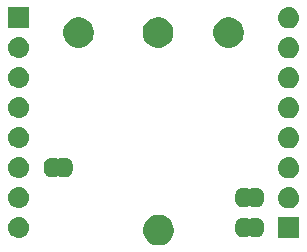
<source format=gbr>
G04 #@! TF.GenerationSoftware,KiCad,Pcbnew,(5.1.2)-2*
G04 #@! TF.CreationDate,2019-08-28T15:44:57+02:00*
G04 #@! TF.ProjectId,esp_pmc,6573705f-706d-4632-9e6b-696361645f70,0.0.1*
G04 #@! TF.SameCoordinates,Original*
G04 #@! TF.FileFunction,Soldermask,Bot*
G04 #@! TF.FilePolarity,Negative*
%FSLAX46Y46*%
G04 Gerber Fmt 4.6, Leading zero omitted, Abs format (unit mm)*
G04 Created by KiCad (PCBNEW (5.1.2)-2) date 2019-08-28 15:44:57*
%MOMM*%
%LPD*%
G04 APERTURE LIST*
%ADD10C,0.100000*%
G04 APERTURE END LIST*
D10*
G36*
X66646487Y-89944996D02*
G01*
X66883253Y-90043068D01*
X66883255Y-90043069D01*
X67096339Y-90185447D01*
X67277553Y-90366661D01*
X67347064Y-90470691D01*
X67419932Y-90579747D01*
X67518004Y-90816513D01*
X67568000Y-91067861D01*
X67568000Y-91324139D01*
X67518004Y-91575487D01*
X67434432Y-91777247D01*
X67419931Y-91812255D01*
X67277553Y-92025339D01*
X67096339Y-92206553D01*
X66883255Y-92348931D01*
X66883254Y-92348932D01*
X66883253Y-92348932D01*
X66646487Y-92447004D01*
X66395139Y-92497000D01*
X66138861Y-92497000D01*
X65887513Y-92447004D01*
X65650747Y-92348932D01*
X65650746Y-92348932D01*
X65650745Y-92348931D01*
X65437661Y-92206553D01*
X65256447Y-92025339D01*
X65114069Y-91812255D01*
X65099568Y-91777247D01*
X65015996Y-91575487D01*
X64966000Y-91324139D01*
X64966000Y-91067861D01*
X65015996Y-90816513D01*
X65114068Y-90579747D01*
X65186937Y-90470691D01*
X65256447Y-90366661D01*
X65437661Y-90185447D01*
X65650745Y-90043069D01*
X65650747Y-90043068D01*
X65887513Y-89944996D01*
X66138861Y-89895000D01*
X66395139Y-89895000D01*
X66646487Y-89944996D01*
X66646487Y-89944996D01*
G37*
G36*
X78168000Y-91897000D02*
G01*
X76366000Y-91897000D01*
X76366000Y-90095000D01*
X78168000Y-90095000D01*
X78168000Y-91897000D01*
X78168000Y-91897000D01*
G37*
G36*
X54517442Y-90081518D02*
G01*
X54583627Y-90088037D01*
X54753466Y-90139557D01*
X54753468Y-90139558D01*
X54821155Y-90175738D01*
X54909991Y-90223222D01*
X54945729Y-90252552D01*
X55047186Y-90335814D01*
X55130448Y-90437271D01*
X55159778Y-90473009D01*
X55243443Y-90629534D01*
X55294963Y-90799373D01*
X55312359Y-90976000D01*
X55294963Y-91152627D01*
X55243443Y-91322466D01*
X55159778Y-91478991D01*
X55130448Y-91514729D01*
X55047186Y-91616186D01*
X54951967Y-91694329D01*
X54909991Y-91728778D01*
X54909989Y-91728779D01*
X54753822Y-91812253D01*
X54753466Y-91812443D01*
X54583627Y-91863963D01*
X54517443Y-91870481D01*
X54451260Y-91877000D01*
X54362740Y-91877000D01*
X54296557Y-91870481D01*
X54230373Y-91863963D01*
X54060534Y-91812443D01*
X54060179Y-91812253D01*
X53904011Y-91728779D01*
X53904009Y-91728778D01*
X53862033Y-91694329D01*
X53766814Y-91616186D01*
X53683552Y-91514729D01*
X53654222Y-91478991D01*
X53570557Y-91322466D01*
X53519037Y-91152627D01*
X53501641Y-90976000D01*
X53519037Y-90799373D01*
X53570557Y-90629534D01*
X53654222Y-90473009D01*
X53683552Y-90437271D01*
X53766814Y-90335814D01*
X53868271Y-90252552D01*
X53904009Y-90223222D01*
X53992845Y-90175738D01*
X54060532Y-90139558D01*
X54060534Y-90139557D01*
X54230373Y-90088037D01*
X54296558Y-90081518D01*
X54362740Y-90075000D01*
X54451260Y-90075000D01*
X54517442Y-90081518D01*
X54517442Y-90081518D01*
G37*
G36*
X73824999Y-90175737D02*
G01*
X73834608Y-90178652D01*
X73843472Y-90183390D01*
X73851237Y-90189763D01*
X73861448Y-90202206D01*
X73868378Y-90212575D01*
X73885705Y-90229902D01*
X73906080Y-90243515D01*
X73928720Y-90252891D01*
X73952753Y-90257671D01*
X73977257Y-90257670D01*
X74001290Y-90252888D01*
X74023929Y-90243510D01*
X74044302Y-90229895D01*
X74061629Y-90212568D01*
X74068558Y-90202198D01*
X74078763Y-90189763D01*
X74086528Y-90183390D01*
X74095392Y-90178652D01*
X74105001Y-90175737D01*
X74121140Y-90174148D01*
X74608861Y-90174148D01*
X74627199Y-90175954D01*
X74639450Y-90176556D01*
X74657869Y-90176556D01*
X74680149Y-90178750D01*
X74764233Y-90195476D01*
X74785660Y-90201976D01*
X74864858Y-90234780D01*
X74870303Y-90237691D01*
X74870309Y-90237693D01*
X74879169Y-90242429D01*
X74879173Y-90242432D01*
X74884614Y-90245340D01*
X74955899Y-90292971D01*
X74973204Y-90307172D01*
X75033828Y-90367796D01*
X75048029Y-90385101D01*
X75095660Y-90456386D01*
X75098568Y-90461827D01*
X75098571Y-90461831D01*
X75103307Y-90470691D01*
X75103309Y-90470697D01*
X75106220Y-90476142D01*
X75139024Y-90555340D01*
X75145524Y-90576767D01*
X75162250Y-90660851D01*
X75164444Y-90683131D01*
X75164444Y-90701550D01*
X75165046Y-90713801D01*
X75166852Y-90732139D01*
X75166852Y-91219862D01*
X75165046Y-91238199D01*
X75164444Y-91250450D01*
X75164444Y-91268869D01*
X75162250Y-91291149D01*
X75145524Y-91375233D01*
X75139024Y-91396660D01*
X75106220Y-91475858D01*
X75103309Y-91481303D01*
X75103307Y-91481309D01*
X75098571Y-91490169D01*
X75098568Y-91490173D01*
X75095660Y-91495614D01*
X75048029Y-91566899D01*
X75033828Y-91584204D01*
X74973204Y-91644828D01*
X74955899Y-91659029D01*
X74884614Y-91706660D01*
X74879173Y-91709568D01*
X74879169Y-91709571D01*
X74870309Y-91714307D01*
X74870303Y-91714309D01*
X74864858Y-91717220D01*
X74785660Y-91750024D01*
X74764233Y-91756524D01*
X74680149Y-91773250D01*
X74657869Y-91775444D01*
X74639450Y-91775444D01*
X74627199Y-91776046D01*
X74608862Y-91777852D01*
X74121140Y-91777852D01*
X74105001Y-91776263D01*
X74095392Y-91773348D01*
X74086528Y-91768610D01*
X74078763Y-91762237D01*
X74068552Y-91749794D01*
X74061622Y-91739425D01*
X74044295Y-91722098D01*
X74023920Y-91708485D01*
X74001280Y-91699109D01*
X73977247Y-91694329D01*
X73952743Y-91694330D01*
X73928710Y-91699112D01*
X73906071Y-91708490D01*
X73885698Y-91722105D01*
X73868371Y-91739432D01*
X73861442Y-91749802D01*
X73851237Y-91762237D01*
X73843472Y-91768610D01*
X73834608Y-91773348D01*
X73824999Y-91776263D01*
X73808860Y-91777852D01*
X73321138Y-91777852D01*
X73302801Y-91776046D01*
X73290550Y-91775444D01*
X73272131Y-91775444D01*
X73249851Y-91773250D01*
X73165767Y-91756524D01*
X73144340Y-91750024D01*
X73065142Y-91717220D01*
X73059697Y-91714309D01*
X73059691Y-91714307D01*
X73050831Y-91709571D01*
X73050827Y-91709568D01*
X73045386Y-91706660D01*
X72974101Y-91659029D01*
X72956796Y-91644828D01*
X72896172Y-91584204D01*
X72881971Y-91566899D01*
X72834340Y-91495614D01*
X72831432Y-91490173D01*
X72831429Y-91490169D01*
X72826693Y-91481309D01*
X72826691Y-91481303D01*
X72823780Y-91475858D01*
X72790976Y-91396660D01*
X72784476Y-91375233D01*
X72767750Y-91291149D01*
X72765556Y-91268869D01*
X72765556Y-91250450D01*
X72764954Y-91238199D01*
X72763148Y-91219862D01*
X72763148Y-90732139D01*
X72764954Y-90713801D01*
X72765556Y-90701550D01*
X72765556Y-90683131D01*
X72767750Y-90660851D01*
X72784476Y-90576767D01*
X72790976Y-90555340D01*
X72823780Y-90476142D01*
X72826691Y-90470697D01*
X72826693Y-90470691D01*
X72831429Y-90461831D01*
X72831432Y-90461827D01*
X72834340Y-90456386D01*
X72881971Y-90385101D01*
X72896172Y-90367796D01*
X72956796Y-90307172D01*
X72974101Y-90292971D01*
X73045386Y-90245340D01*
X73050827Y-90242432D01*
X73050831Y-90242429D01*
X73059691Y-90237693D01*
X73059697Y-90237691D01*
X73065142Y-90234780D01*
X73144340Y-90201976D01*
X73165767Y-90195476D01*
X73249851Y-90178750D01*
X73272131Y-90176556D01*
X73290550Y-90176556D01*
X73302801Y-90175954D01*
X73321139Y-90174148D01*
X73808860Y-90174148D01*
X73824999Y-90175737D01*
X73824999Y-90175737D01*
G37*
G36*
X77377443Y-87561519D02*
G01*
X77443627Y-87568037D01*
X77613466Y-87619557D01*
X77613468Y-87619558D01*
X77643736Y-87635737D01*
X77769991Y-87703222D01*
X77787597Y-87717671D01*
X77907186Y-87815814D01*
X77989722Y-87916386D01*
X78019778Y-87953009D01*
X78103443Y-88109534D01*
X78154963Y-88279373D01*
X78172359Y-88456000D01*
X78154963Y-88632627D01*
X78109510Y-88782466D01*
X78103442Y-88802468D01*
X78061610Y-88880729D01*
X78019778Y-88958991D01*
X77990448Y-88994729D01*
X77907186Y-89096186D01*
X77830509Y-89159112D01*
X77769991Y-89208778D01*
X77613466Y-89292443D01*
X77443627Y-89343963D01*
X77377443Y-89350481D01*
X77311260Y-89357000D01*
X77222740Y-89357000D01*
X77156557Y-89350481D01*
X77090373Y-89343963D01*
X76920534Y-89292443D01*
X76764009Y-89208778D01*
X76703491Y-89159112D01*
X76626814Y-89096186D01*
X76543552Y-88994729D01*
X76514222Y-88958991D01*
X76472390Y-88880729D01*
X76430558Y-88802468D01*
X76424490Y-88782466D01*
X76379037Y-88632627D01*
X76361641Y-88456000D01*
X76379037Y-88279373D01*
X76430557Y-88109534D01*
X76514222Y-87953009D01*
X76544278Y-87916386D01*
X76626814Y-87815814D01*
X76746403Y-87717671D01*
X76764009Y-87703222D01*
X76890264Y-87635737D01*
X76920532Y-87619558D01*
X76920534Y-87619557D01*
X77090373Y-87568037D01*
X77156557Y-87561519D01*
X77222740Y-87555000D01*
X77311260Y-87555000D01*
X77377443Y-87561519D01*
X77377443Y-87561519D01*
G37*
G36*
X54517443Y-87541519D02*
G01*
X54583627Y-87548037D01*
X54753466Y-87599557D01*
X54753468Y-87599558D01*
X54821155Y-87635738D01*
X54909991Y-87683222D01*
X54945729Y-87712552D01*
X55047186Y-87795814D01*
X55130448Y-87897271D01*
X55159778Y-87933009D01*
X55243443Y-88089534D01*
X55294963Y-88259373D01*
X55312359Y-88436000D01*
X55294963Y-88612627D01*
X55243443Y-88782466D01*
X55159778Y-88938991D01*
X55143366Y-88958989D01*
X55047186Y-89076186D01*
X54951967Y-89154329D01*
X54909991Y-89188778D01*
X54909989Y-89188779D01*
X54821154Y-89236263D01*
X54753466Y-89272443D01*
X54583627Y-89323963D01*
X54517442Y-89330482D01*
X54451260Y-89337000D01*
X54362740Y-89337000D01*
X54296558Y-89330482D01*
X54230373Y-89323963D01*
X54060534Y-89272443D01*
X53992847Y-89236263D01*
X53904011Y-89188779D01*
X53904009Y-89188778D01*
X53862033Y-89154329D01*
X53766814Y-89076186D01*
X53670634Y-88958989D01*
X53654222Y-88938991D01*
X53570557Y-88782466D01*
X53519037Y-88612627D01*
X53501641Y-88436000D01*
X53519037Y-88259373D01*
X53570557Y-88089534D01*
X53654222Y-87933009D01*
X53683552Y-87897271D01*
X53766814Y-87795814D01*
X53868271Y-87712552D01*
X53904009Y-87683222D01*
X53992845Y-87635738D01*
X54060532Y-87599558D01*
X54060534Y-87599557D01*
X54230373Y-87548037D01*
X54296557Y-87541519D01*
X54362740Y-87535000D01*
X54451260Y-87535000D01*
X54517443Y-87541519D01*
X54517443Y-87541519D01*
G37*
G36*
X73824999Y-87635737D02*
G01*
X73834608Y-87638652D01*
X73843472Y-87643390D01*
X73851237Y-87649763D01*
X73861448Y-87662206D01*
X73868378Y-87672575D01*
X73885705Y-87689902D01*
X73906080Y-87703515D01*
X73928720Y-87712891D01*
X73952753Y-87717671D01*
X73977257Y-87717670D01*
X74001290Y-87712888D01*
X74023929Y-87703510D01*
X74044302Y-87689895D01*
X74061629Y-87672568D01*
X74068558Y-87662198D01*
X74078763Y-87649763D01*
X74086528Y-87643390D01*
X74095392Y-87638652D01*
X74105001Y-87635737D01*
X74121140Y-87634148D01*
X74608861Y-87634148D01*
X74627199Y-87635954D01*
X74639450Y-87636556D01*
X74657869Y-87636556D01*
X74680149Y-87638750D01*
X74764233Y-87655476D01*
X74785660Y-87661976D01*
X74864858Y-87694780D01*
X74870303Y-87697691D01*
X74870309Y-87697693D01*
X74879169Y-87702429D01*
X74879173Y-87702432D01*
X74884614Y-87705340D01*
X74955899Y-87752971D01*
X74973204Y-87767172D01*
X75033828Y-87827796D01*
X75048029Y-87845101D01*
X75095660Y-87916386D01*
X75098568Y-87921827D01*
X75098571Y-87921831D01*
X75103307Y-87930691D01*
X75103309Y-87930697D01*
X75106220Y-87936142D01*
X75139024Y-88015340D01*
X75145524Y-88036767D01*
X75162250Y-88120851D01*
X75164444Y-88143131D01*
X75164444Y-88161550D01*
X75165046Y-88173801D01*
X75166852Y-88192139D01*
X75166852Y-88679862D01*
X75165046Y-88698199D01*
X75164444Y-88710450D01*
X75164444Y-88728869D01*
X75162250Y-88751149D01*
X75145524Y-88835233D01*
X75139024Y-88856660D01*
X75106220Y-88935858D01*
X75103309Y-88941303D01*
X75103307Y-88941309D01*
X75098571Y-88950169D01*
X75098568Y-88950173D01*
X75095660Y-88955614D01*
X75048029Y-89026899D01*
X75033828Y-89044204D01*
X74973204Y-89104828D01*
X74955899Y-89119029D01*
X74884614Y-89166660D01*
X74879173Y-89169568D01*
X74879169Y-89169571D01*
X74870309Y-89174307D01*
X74870303Y-89174309D01*
X74864858Y-89177220D01*
X74785660Y-89210024D01*
X74764233Y-89216524D01*
X74680149Y-89233250D01*
X74657869Y-89235444D01*
X74639450Y-89235444D01*
X74627199Y-89236046D01*
X74608862Y-89237852D01*
X74121140Y-89237852D01*
X74105001Y-89236263D01*
X74095392Y-89233348D01*
X74086528Y-89228610D01*
X74078763Y-89222237D01*
X74068552Y-89209794D01*
X74061622Y-89199425D01*
X74044295Y-89182098D01*
X74023920Y-89168485D01*
X74001280Y-89159109D01*
X73977247Y-89154329D01*
X73952743Y-89154330D01*
X73928710Y-89159112D01*
X73906071Y-89168490D01*
X73885698Y-89182105D01*
X73868371Y-89199432D01*
X73861442Y-89209802D01*
X73851237Y-89222237D01*
X73843472Y-89228610D01*
X73834608Y-89233348D01*
X73824999Y-89236263D01*
X73808860Y-89237852D01*
X73321138Y-89237852D01*
X73302801Y-89236046D01*
X73290550Y-89235444D01*
X73272131Y-89235444D01*
X73249851Y-89233250D01*
X73165767Y-89216524D01*
X73144340Y-89210024D01*
X73065142Y-89177220D01*
X73059697Y-89174309D01*
X73059691Y-89174307D01*
X73050831Y-89169571D01*
X73050827Y-89169568D01*
X73045386Y-89166660D01*
X72974101Y-89119029D01*
X72956796Y-89104828D01*
X72896172Y-89044204D01*
X72881971Y-89026899D01*
X72834340Y-88955614D01*
X72831432Y-88950173D01*
X72831429Y-88950169D01*
X72826693Y-88941309D01*
X72826691Y-88941303D01*
X72823780Y-88935858D01*
X72790976Y-88856660D01*
X72784476Y-88835233D01*
X72767750Y-88751149D01*
X72765556Y-88728869D01*
X72765556Y-88710450D01*
X72764954Y-88698199D01*
X72763148Y-88679862D01*
X72763148Y-88192139D01*
X72764954Y-88173801D01*
X72765556Y-88161550D01*
X72765556Y-88143131D01*
X72767750Y-88120851D01*
X72784476Y-88036767D01*
X72790976Y-88015340D01*
X72823780Y-87936142D01*
X72826691Y-87930697D01*
X72826693Y-87930691D01*
X72831429Y-87921831D01*
X72831432Y-87921827D01*
X72834340Y-87916386D01*
X72881971Y-87845101D01*
X72896172Y-87827796D01*
X72956796Y-87767172D01*
X72974101Y-87752971D01*
X73045386Y-87705340D01*
X73050827Y-87702432D01*
X73050831Y-87702429D01*
X73059691Y-87697693D01*
X73059697Y-87697691D01*
X73065142Y-87694780D01*
X73144340Y-87661976D01*
X73165767Y-87655476D01*
X73249851Y-87638750D01*
X73272131Y-87636556D01*
X73290550Y-87636556D01*
X73302801Y-87635954D01*
X73321139Y-87634148D01*
X73808860Y-87634148D01*
X73824999Y-87635737D01*
X73824999Y-87635737D01*
G37*
G36*
X77377442Y-85021518D02*
G01*
X77443627Y-85028037D01*
X77613466Y-85079557D01*
X77613468Y-85079558D01*
X77643736Y-85095737D01*
X77769991Y-85163222D01*
X77787597Y-85177671D01*
X77907186Y-85275814D01*
X77989722Y-85376386D01*
X78019778Y-85413009D01*
X78103443Y-85569534D01*
X78154963Y-85739373D01*
X78172359Y-85916000D01*
X78154963Y-86092627D01*
X78109510Y-86242466D01*
X78103442Y-86262468D01*
X78061610Y-86340729D01*
X78019778Y-86418991D01*
X77990448Y-86454729D01*
X77907186Y-86556186D01*
X77830509Y-86619112D01*
X77769991Y-86668778D01*
X77613466Y-86752443D01*
X77443627Y-86803963D01*
X77377442Y-86810482D01*
X77311260Y-86817000D01*
X77222740Y-86817000D01*
X77156558Y-86810482D01*
X77090373Y-86803963D01*
X76920534Y-86752443D01*
X76764009Y-86668778D01*
X76703491Y-86619112D01*
X76626814Y-86556186D01*
X76543552Y-86454729D01*
X76514222Y-86418991D01*
X76472390Y-86340729D01*
X76430558Y-86262468D01*
X76424490Y-86242466D01*
X76379037Y-86092627D01*
X76361641Y-85916000D01*
X76379037Y-85739373D01*
X76430557Y-85569534D01*
X76514222Y-85413009D01*
X76544278Y-85376386D01*
X76626814Y-85275814D01*
X76746403Y-85177671D01*
X76764009Y-85163222D01*
X76890264Y-85095737D01*
X76920532Y-85079558D01*
X76920534Y-85079557D01*
X77090373Y-85028037D01*
X77156558Y-85021518D01*
X77222740Y-85015000D01*
X77311260Y-85015000D01*
X77377442Y-85021518D01*
X77377442Y-85021518D01*
G37*
G36*
X54517442Y-85001518D02*
G01*
X54583627Y-85008037D01*
X54753466Y-85059557D01*
X54753468Y-85059558D01*
X54821155Y-85095738D01*
X54909991Y-85143222D01*
X54945729Y-85172552D01*
X55047186Y-85255814D01*
X55130448Y-85357271D01*
X55159778Y-85393009D01*
X55243443Y-85549534D01*
X55294963Y-85719373D01*
X55312359Y-85896000D01*
X55294963Y-86072627D01*
X55243443Y-86242466D01*
X55159778Y-86398991D01*
X55143366Y-86418989D01*
X55047186Y-86536186D01*
X54951967Y-86614329D01*
X54909991Y-86648778D01*
X54909989Y-86648779D01*
X54821154Y-86696263D01*
X54753466Y-86732443D01*
X54583627Y-86783963D01*
X54517443Y-86790481D01*
X54451260Y-86797000D01*
X54362740Y-86797000D01*
X54296557Y-86790481D01*
X54230373Y-86783963D01*
X54060534Y-86732443D01*
X53992847Y-86696263D01*
X53904011Y-86648779D01*
X53904009Y-86648778D01*
X53862033Y-86614329D01*
X53766814Y-86536186D01*
X53670634Y-86418989D01*
X53654222Y-86398991D01*
X53570557Y-86242466D01*
X53519037Y-86072627D01*
X53501641Y-85896000D01*
X53519037Y-85719373D01*
X53570557Y-85549534D01*
X53654222Y-85393009D01*
X53683552Y-85357271D01*
X53766814Y-85255814D01*
X53868271Y-85172552D01*
X53904009Y-85143222D01*
X53992845Y-85095738D01*
X54060532Y-85059558D01*
X54060534Y-85059557D01*
X54230373Y-85008037D01*
X54296558Y-85001518D01*
X54362740Y-84995000D01*
X54451260Y-84995000D01*
X54517442Y-85001518D01*
X54517442Y-85001518D01*
G37*
G36*
X57632499Y-85095737D02*
G01*
X57642108Y-85098652D01*
X57650972Y-85103390D01*
X57658737Y-85109763D01*
X57668948Y-85122206D01*
X57675878Y-85132575D01*
X57693205Y-85149902D01*
X57713580Y-85163515D01*
X57736220Y-85172891D01*
X57760253Y-85177671D01*
X57784757Y-85177670D01*
X57808790Y-85172888D01*
X57831429Y-85163510D01*
X57851802Y-85149895D01*
X57869129Y-85132568D01*
X57876058Y-85122198D01*
X57886263Y-85109763D01*
X57894028Y-85103390D01*
X57902892Y-85098652D01*
X57912501Y-85095737D01*
X57928640Y-85094148D01*
X58416361Y-85094148D01*
X58434699Y-85095954D01*
X58446950Y-85096556D01*
X58465369Y-85096556D01*
X58487649Y-85098750D01*
X58571733Y-85115476D01*
X58593160Y-85121976D01*
X58672358Y-85154780D01*
X58677803Y-85157691D01*
X58677809Y-85157693D01*
X58686669Y-85162429D01*
X58686673Y-85162432D01*
X58692114Y-85165340D01*
X58763399Y-85212971D01*
X58780704Y-85227172D01*
X58841328Y-85287796D01*
X58855529Y-85305101D01*
X58903160Y-85376386D01*
X58906068Y-85381827D01*
X58906071Y-85381831D01*
X58910807Y-85390691D01*
X58910809Y-85390697D01*
X58913720Y-85396142D01*
X58946524Y-85475340D01*
X58953024Y-85496767D01*
X58969750Y-85580851D01*
X58971944Y-85603131D01*
X58971944Y-85621550D01*
X58972546Y-85633801D01*
X58974352Y-85652139D01*
X58974352Y-86139862D01*
X58972546Y-86158199D01*
X58971944Y-86170450D01*
X58971944Y-86188869D01*
X58969750Y-86211149D01*
X58953024Y-86295233D01*
X58946524Y-86316660D01*
X58913720Y-86395858D01*
X58910809Y-86401303D01*
X58910807Y-86401309D01*
X58906071Y-86410169D01*
X58906068Y-86410173D01*
X58903160Y-86415614D01*
X58855529Y-86486899D01*
X58841328Y-86504204D01*
X58780704Y-86564828D01*
X58763399Y-86579029D01*
X58692114Y-86626660D01*
X58686673Y-86629568D01*
X58686669Y-86629571D01*
X58677809Y-86634307D01*
X58677803Y-86634309D01*
X58672358Y-86637220D01*
X58593160Y-86670024D01*
X58571733Y-86676524D01*
X58487649Y-86693250D01*
X58465369Y-86695444D01*
X58446950Y-86695444D01*
X58434699Y-86696046D01*
X58416362Y-86697852D01*
X57928640Y-86697852D01*
X57912501Y-86696263D01*
X57902892Y-86693348D01*
X57894028Y-86688610D01*
X57886263Y-86682237D01*
X57876052Y-86669794D01*
X57869122Y-86659425D01*
X57851795Y-86642098D01*
X57831420Y-86628485D01*
X57808780Y-86619109D01*
X57784747Y-86614329D01*
X57760243Y-86614330D01*
X57736210Y-86619112D01*
X57713571Y-86628490D01*
X57693198Y-86642105D01*
X57675871Y-86659432D01*
X57668942Y-86669802D01*
X57658737Y-86682237D01*
X57650972Y-86688610D01*
X57642108Y-86693348D01*
X57632499Y-86696263D01*
X57616360Y-86697852D01*
X57128638Y-86697852D01*
X57110301Y-86696046D01*
X57098050Y-86695444D01*
X57079631Y-86695444D01*
X57057351Y-86693250D01*
X56973267Y-86676524D01*
X56951840Y-86670024D01*
X56872642Y-86637220D01*
X56867197Y-86634309D01*
X56867191Y-86634307D01*
X56858331Y-86629571D01*
X56858327Y-86629568D01*
X56852886Y-86626660D01*
X56781601Y-86579029D01*
X56764296Y-86564828D01*
X56703672Y-86504204D01*
X56689471Y-86486899D01*
X56641840Y-86415614D01*
X56638932Y-86410173D01*
X56638929Y-86410169D01*
X56634193Y-86401309D01*
X56634191Y-86401303D01*
X56631280Y-86395858D01*
X56598476Y-86316660D01*
X56591976Y-86295233D01*
X56575250Y-86211149D01*
X56573056Y-86188869D01*
X56573056Y-86170450D01*
X56572454Y-86158199D01*
X56570648Y-86139862D01*
X56570648Y-85652139D01*
X56572454Y-85633801D01*
X56573056Y-85621550D01*
X56573056Y-85603131D01*
X56575250Y-85580851D01*
X56591976Y-85496767D01*
X56598476Y-85475340D01*
X56631280Y-85396142D01*
X56634191Y-85390697D01*
X56634193Y-85390691D01*
X56638929Y-85381831D01*
X56638932Y-85381827D01*
X56641840Y-85376386D01*
X56689471Y-85305101D01*
X56703672Y-85287796D01*
X56764296Y-85227172D01*
X56781601Y-85212971D01*
X56852886Y-85165340D01*
X56858327Y-85162432D01*
X56858331Y-85162429D01*
X56867191Y-85157693D01*
X56867197Y-85157691D01*
X56872642Y-85154780D01*
X56951840Y-85121976D01*
X56973267Y-85115476D01*
X57057351Y-85098750D01*
X57079631Y-85096556D01*
X57098050Y-85096556D01*
X57110301Y-85095954D01*
X57128639Y-85094148D01*
X57616360Y-85094148D01*
X57632499Y-85095737D01*
X57632499Y-85095737D01*
G37*
G36*
X77377442Y-82481518D02*
G01*
X77443627Y-82488037D01*
X77613466Y-82539557D01*
X77769991Y-82623222D01*
X77805729Y-82652552D01*
X77907186Y-82735814D01*
X77990448Y-82837271D01*
X78019778Y-82873009D01*
X78103443Y-83029534D01*
X78154963Y-83199373D01*
X78172359Y-83376000D01*
X78154963Y-83552627D01*
X78103443Y-83722466D01*
X78019778Y-83878991D01*
X77990448Y-83914729D01*
X77907186Y-84016186D01*
X77805729Y-84099448D01*
X77769991Y-84128778D01*
X77613466Y-84212443D01*
X77443627Y-84263963D01*
X77377443Y-84270481D01*
X77311260Y-84277000D01*
X77222740Y-84277000D01*
X77156557Y-84270481D01*
X77090373Y-84263963D01*
X76920534Y-84212443D01*
X76764009Y-84128778D01*
X76728271Y-84099448D01*
X76626814Y-84016186D01*
X76543552Y-83914729D01*
X76514222Y-83878991D01*
X76430557Y-83722466D01*
X76379037Y-83552627D01*
X76361641Y-83376000D01*
X76379037Y-83199373D01*
X76430557Y-83029534D01*
X76514222Y-82873009D01*
X76543552Y-82837271D01*
X76626814Y-82735814D01*
X76728271Y-82652552D01*
X76764009Y-82623222D01*
X76920534Y-82539557D01*
X77090373Y-82488037D01*
X77156558Y-82481518D01*
X77222740Y-82475000D01*
X77311260Y-82475000D01*
X77377442Y-82481518D01*
X77377442Y-82481518D01*
G37*
G36*
X54517442Y-82461518D02*
G01*
X54583627Y-82468037D01*
X54753466Y-82519557D01*
X54909991Y-82603222D01*
X54934361Y-82623222D01*
X55047186Y-82715814D01*
X55130448Y-82817271D01*
X55159778Y-82853009D01*
X55243443Y-83009534D01*
X55294963Y-83179373D01*
X55312359Y-83356000D01*
X55294963Y-83532627D01*
X55243443Y-83702466D01*
X55159778Y-83858991D01*
X55143366Y-83878989D01*
X55047186Y-83996186D01*
X54945729Y-84079448D01*
X54909991Y-84108778D01*
X54753466Y-84192443D01*
X54583627Y-84243963D01*
X54517442Y-84250482D01*
X54451260Y-84257000D01*
X54362740Y-84257000D01*
X54296558Y-84250482D01*
X54230373Y-84243963D01*
X54060534Y-84192443D01*
X53904009Y-84108778D01*
X53868271Y-84079448D01*
X53766814Y-83996186D01*
X53670634Y-83878989D01*
X53654222Y-83858991D01*
X53570557Y-83702466D01*
X53519037Y-83532627D01*
X53501641Y-83356000D01*
X53519037Y-83179373D01*
X53570557Y-83009534D01*
X53654222Y-82853009D01*
X53683552Y-82817271D01*
X53766814Y-82715814D01*
X53879639Y-82623222D01*
X53904009Y-82603222D01*
X54060534Y-82519557D01*
X54230373Y-82468037D01*
X54296558Y-82461518D01*
X54362740Y-82455000D01*
X54451260Y-82455000D01*
X54517442Y-82461518D01*
X54517442Y-82461518D01*
G37*
G36*
X77377443Y-79941519D02*
G01*
X77443627Y-79948037D01*
X77613466Y-79999557D01*
X77769991Y-80083222D01*
X77805729Y-80112552D01*
X77907186Y-80195814D01*
X77990448Y-80297271D01*
X78019778Y-80333009D01*
X78103443Y-80489534D01*
X78154963Y-80659373D01*
X78172359Y-80836000D01*
X78154963Y-81012627D01*
X78103443Y-81182466D01*
X78019778Y-81338991D01*
X77990448Y-81374729D01*
X77907186Y-81476186D01*
X77805729Y-81559448D01*
X77769991Y-81588778D01*
X77613466Y-81672443D01*
X77443627Y-81723963D01*
X77377442Y-81730482D01*
X77311260Y-81737000D01*
X77222740Y-81737000D01*
X77156558Y-81730482D01*
X77090373Y-81723963D01*
X76920534Y-81672443D01*
X76764009Y-81588778D01*
X76728271Y-81559448D01*
X76626814Y-81476186D01*
X76543552Y-81374729D01*
X76514222Y-81338991D01*
X76430557Y-81182466D01*
X76379037Y-81012627D01*
X76361641Y-80836000D01*
X76379037Y-80659373D01*
X76430557Y-80489534D01*
X76514222Y-80333009D01*
X76543552Y-80297271D01*
X76626814Y-80195814D01*
X76728271Y-80112552D01*
X76764009Y-80083222D01*
X76920534Y-79999557D01*
X77090373Y-79948037D01*
X77156557Y-79941519D01*
X77222740Y-79935000D01*
X77311260Y-79935000D01*
X77377443Y-79941519D01*
X77377443Y-79941519D01*
G37*
G36*
X54517442Y-79921518D02*
G01*
X54583627Y-79928037D01*
X54753466Y-79979557D01*
X54909991Y-80063222D01*
X54934361Y-80083222D01*
X55047186Y-80175814D01*
X55130448Y-80277271D01*
X55159778Y-80313009D01*
X55243443Y-80469534D01*
X55294963Y-80639373D01*
X55312359Y-80816000D01*
X55294963Y-80992627D01*
X55243443Y-81162466D01*
X55159778Y-81318991D01*
X55143366Y-81338989D01*
X55047186Y-81456186D01*
X54945729Y-81539448D01*
X54909991Y-81568778D01*
X54753466Y-81652443D01*
X54583627Y-81703963D01*
X54517443Y-81710481D01*
X54451260Y-81717000D01*
X54362740Y-81717000D01*
X54296557Y-81710481D01*
X54230373Y-81703963D01*
X54060534Y-81652443D01*
X53904009Y-81568778D01*
X53868271Y-81539448D01*
X53766814Y-81456186D01*
X53670634Y-81338989D01*
X53654222Y-81318991D01*
X53570557Y-81162466D01*
X53519037Y-80992627D01*
X53501641Y-80816000D01*
X53519037Y-80639373D01*
X53570557Y-80469534D01*
X53654222Y-80313009D01*
X53683552Y-80277271D01*
X53766814Y-80175814D01*
X53879639Y-80083222D01*
X53904009Y-80063222D01*
X54060534Y-79979557D01*
X54230373Y-79928037D01*
X54296558Y-79921518D01*
X54362740Y-79915000D01*
X54451260Y-79915000D01*
X54517442Y-79921518D01*
X54517442Y-79921518D01*
G37*
G36*
X77377443Y-77401519D02*
G01*
X77443627Y-77408037D01*
X77613466Y-77459557D01*
X77769991Y-77543222D01*
X77805729Y-77572552D01*
X77907186Y-77655814D01*
X77990448Y-77757271D01*
X78019778Y-77793009D01*
X78103443Y-77949534D01*
X78154963Y-78119373D01*
X78172359Y-78296000D01*
X78154963Y-78472627D01*
X78103443Y-78642466D01*
X78019778Y-78798991D01*
X77990448Y-78834729D01*
X77907186Y-78936186D01*
X77805729Y-79019448D01*
X77769991Y-79048778D01*
X77613466Y-79132443D01*
X77443627Y-79183963D01*
X77377443Y-79190481D01*
X77311260Y-79197000D01*
X77222740Y-79197000D01*
X77156557Y-79190481D01*
X77090373Y-79183963D01*
X76920534Y-79132443D01*
X76764009Y-79048778D01*
X76728271Y-79019448D01*
X76626814Y-78936186D01*
X76543552Y-78834729D01*
X76514222Y-78798991D01*
X76430557Y-78642466D01*
X76379037Y-78472627D01*
X76361641Y-78296000D01*
X76379037Y-78119373D01*
X76430557Y-77949534D01*
X76514222Y-77793009D01*
X76543552Y-77757271D01*
X76626814Y-77655814D01*
X76728271Y-77572552D01*
X76764009Y-77543222D01*
X76920534Y-77459557D01*
X77090373Y-77408037D01*
X77156557Y-77401519D01*
X77222740Y-77395000D01*
X77311260Y-77395000D01*
X77377443Y-77401519D01*
X77377443Y-77401519D01*
G37*
G36*
X54517443Y-77381519D02*
G01*
X54583627Y-77388037D01*
X54753466Y-77439557D01*
X54909991Y-77523222D01*
X54934361Y-77543222D01*
X55047186Y-77635814D01*
X55130448Y-77737271D01*
X55159778Y-77773009D01*
X55243443Y-77929534D01*
X55294963Y-78099373D01*
X55312359Y-78276000D01*
X55294963Y-78452627D01*
X55243443Y-78622466D01*
X55159778Y-78778991D01*
X55143366Y-78798989D01*
X55047186Y-78916186D01*
X54945729Y-78999448D01*
X54909991Y-79028778D01*
X54753466Y-79112443D01*
X54583627Y-79163963D01*
X54517442Y-79170482D01*
X54451260Y-79177000D01*
X54362740Y-79177000D01*
X54296558Y-79170482D01*
X54230373Y-79163963D01*
X54060534Y-79112443D01*
X53904009Y-79028778D01*
X53868271Y-78999448D01*
X53766814Y-78916186D01*
X53670634Y-78798989D01*
X53654222Y-78778991D01*
X53570557Y-78622466D01*
X53519037Y-78452627D01*
X53501641Y-78276000D01*
X53519037Y-78099373D01*
X53570557Y-77929534D01*
X53654222Y-77773009D01*
X53683552Y-77737271D01*
X53766814Y-77635814D01*
X53879639Y-77543222D01*
X53904009Y-77523222D01*
X54060534Y-77439557D01*
X54230373Y-77388037D01*
X54296557Y-77381519D01*
X54362740Y-77375000D01*
X54451260Y-77375000D01*
X54517443Y-77381519D01*
X54517443Y-77381519D01*
G37*
G36*
X77377442Y-74861518D02*
G01*
X77443627Y-74868037D01*
X77613466Y-74919557D01*
X77769991Y-75003222D01*
X77805729Y-75032552D01*
X77907186Y-75115814D01*
X77990448Y-75217271D01*
X78019778Y-75253009D01*
X78103443Y-75409534D01*
X78154963Y-75579373D01*
X78172359Y-75756000D01*
X78154963Y-75932627D01*
X78103443Y-76102466D01*
X78019778Y-76258991D01*
X77990448Y-76294729D01*
X77907186Y-76396186D01*
X77805729Y-76479448D01*
X77769991Y-76508778D01*
X77613466Y-76592443D01*
X77443627Y-76643963D01*
X77377442Y-76650482D01*
X77311260Y-76657000D01*
X77222740Y-76657000D01*
X77156558Y-76650482D01*
X77090373Y-76643963D01*
X76920534Y-76592443D01*
X76764009Y-76508778D01*
X76728271Y-76479448D01*
X76626814Y-76396186D01*
X76543552Y-76294729D01*
X76514222Y-76258991D01*
X76430557Y-76102466D01*
X76379037Y-75932627D01*
X76361641Y-75756000D01*
X76379037Y-75579373D01*
X76430557Y-75409534D01*
X76514222Y-75253009D01*
X76543552Y-75217271D01*
X76626814Y-75115814D01*
X76728271Y-75032552D01*
X76764009Y-75003222D01*
X76920534Y-74919557D01*
X77090373Y-74868037D01*
X77156558Y-74861518D01*
X77222740Y-74855000D01*
X77311260Y-74855000D01*
X77377442Y-74861518D01*
X77377442Y-74861518D01*
G37*
G36*
X54517443Y-74841519D02*
G01*
X54583627Y-74848037D01*
X54753466Y-74899557D01*
X54909991Y-74983222D01*
X54934361Y-75003222D01*
X55047186Y-75095814D01*
X55130448Y-75197271D01*
X55159778Y-75233009D01*
X55243443Y-75389534D01*
X55294963Y-75559373D01*
X55312359Y-75736000D01*
X55294963Y-75912627D01*
X55243443Y-76082466D01*
X55159778Y-76238991D01*
X55143366Y-76258989D01*
X55047186Y-76376186D01*
X54945729Y-76459448D01*
X54909991Y-76488778D01*
X54753466Y-76572443D01*
X54583627Y-76623963D01*
X54517443Y-76630481D01*
X54451260Y-76637000D01*
X54362740Y-76637000D01*
X54296557Y-76630481D01*
X54230373Y-76623963D01*
X54060534Y-76572443D01*
X53904009Y-76488778D01*
X53868271Y-76459448D01*
X53766814Y-76376186D01*
X53670634Y-76258989D01*
X53654222Y-76238991D01*
X53570557Y-76082466D01*
X53519037Y-75912627D01*
X53501641Y-75736000D01*
X53519037Y-75559373D01*
X53570557Y-75389534D01*
X53654222Y-75233009D01*
X53683552Y-75197271D01*
X53766814Y-75095814D01*
X53879639Y-75003222D01*
X53904009Y-74983222D01*
X54060534Y-74899557D01*
X54230373Y-74848037D01*
X54296557Y-74841519D01*
X54362740Y-74835000D01*
X54451260Y-74835000D01*
X54517443Y-74841519D01*
X54517443Y-74841519D01*
G37*
G36*
X66597487Y-73214996D02*
G01*
X66834253Y-73313068D01*
X66834255Y-73313069D01*
X66953319Y-73392625D01*
X67047339Y-73455447D01*
X67228553Y-73636661D01*
X67370932Y-73849747D01*
X67469004Y-74086513D01*
X67519000Y-74337861D01*
X67519000Y-74594139D01*
X67469004Y-74845487D01*
X67411952Y-74983222D01*
X67370931Y-75082255D01*
X67228553Y-75295339D01*
X67047339Y-75476553D01*
X66834255Y-75618931D01*
X66834254Y-75618932D01*
X66834253Y-75618932D01*
X66597487Y-75717004D01*
X66346139Y-75767000D01*
X66089861Y-75767000D01*
X65838513Y-75717004D01*
X65601747Y-75618932D01*
X65601746Y-75618932D01*
X65601745Y-75618931D01*
X65388661Y-75476553D01*
X65207447Y-75295339D01*
X65065069Y-75082255D01*
X65024048Y-74983222D01*
X64966996Y-74845487D01*
X64917000Y-74594139D01*
X64917000Y-74337861D01*
X64966996Y-74086513D01*
X65065068Y-73849747D01*
X65207447Y-73636661D01*
X65388661Y-73455447D01*
X65482681Y-73392625D01*
X65601745Y-73313069D01*
X65601747Y-73313068D01*
X65838513Y-73214996D01*
X66089861Y-73165000D01*
X66346139Y-73165000D01*
X66597487Y-73214996D01*
X66597487Y-73214996D01*
G37*
G36*
X72566487Y-73214996D02*
G01*
X72803253Y-73313068D01*
X72803255Y-73313069D01*
X72922319Y-73392625D01*
X73016339Y-73455447D01*
X73197553Y-73636661D01*
X73339932Y-73849747D01*
X73438004Y-74086513D01*
X73488000Y-74337861D01*
X73488000Y-74594139D01*
X73438004Y-74845487D01*
X73380952Y-74983222D01*
X73339931Y-75082255D01*
X73197553Y-75295339D01*
X73016339Y-75476553D01*
X72803255Y-75618931D01*
X72803254Y-75618932D01*
X72803253Y-75618932D01*
X72566487Y-75717004D01*
X72315139Y-75767000D01*
X72058861Y-75767000D01*
X71807513Y-75717004D01*
X71570747Y-75618932D01*
X71570746Y-75618932D01*
X71570745Y-75618931D01*
X71357661Y-75476553D01*
X71176447Y-75295339D01*
X71034069Y-75082255D01*
X70993048Y-74983222D01*
X70935996Y-74845487D01*
X70886000Y-74594139D01*
X70886000Y-74337861D01*
X70935996Y-74086513D01*
X71034068Y-73849747D01*
X71176447Y-73636661D01*
X71357661Y-73455447D01*
X71451681Y-73392625D01*
X71570745Y-73313069D01*
X71570747Y-73313068D01*
X71807513Y-73214996D01*
X72058861Y-73165000D01*
X72315139Y-73165000D01*
X72566487Y-73214996D01*
X72566487Y-73214996D01*
G37*
G36*
X59866487Y-73214996D02*
G01*
X60103253Y-73313068D01*
X60103255Y-73313069D01*
X60222319Y-73392625D01*
X60316339Y-73455447D01*
X60497553Y-73636661D01*
X60639932Y-73849747D01*
X60738004Y-74086513D01*
X60788000Y-74337861D01*
X60788000Y-74594139D01*
X60738004Y-74845487D01*
X60680952Y-74983222D01*
X60639931Y-75082255D01*
X60497553Y-75295339D01*
X60316339Y-75476553D01*
X60103255Y-75618931D01*
X60103254Y-75618932D01*
X60103253Y-75618932D01*
X59866487Y-75717004D01*
X59615139Y-75767000D01*
X59358861Y-75767000D01*
X59107513Y-75717004D01*
X58870747Y-75618932D01*
X58870746Y-75618932D01*
X58870745Y-75618931D01*
X58657661Y-75476553D01*
X58476447Y-75295339D01*
X58334069Y-75082255D01*
X58293048Y-74983222D01*
X58235996Y-74845487D01*
X58186000Y-74594139D01*
X58186000Y-74337861D01*
X58235996Y-74086513D01*
X58334068Y-73849747D01*
X58476447Y-73636661D01*
X58657661Y-73455447D01*
X58751681Y-73392625D01*
X58870745Y-73313069D01*
X58870747Y-73313068D01*
X59107513Y-73214996D01*
X59358861Y-73165000D01*
X59615139Y-73165000D01*
X59866487Y-73214996D01*
X59866487Y-73214996D01*
G37*
G36*
X77377443Y-72321519D02*
G01*
X77443627Y-72328037D01*
X77613466Y-72379557D01*
X77769991Y-72463222D01*
X77805729Y-72492552D01*
X77907186Y-72575814D01*
X77990448Y-72677271D01*
X78019778Y-72713009D01*
X78103443Y-72869534D01*
X78154963Y-73039373D01*
X78172359Y-73216000D01*
X78154963Y-73392627D01*
X78103443Y-73562466D01*
X78019778Y-73718991D01*
X77990448Y-73754729D01*
X77907186Y-73856186D01*
X77805729Y-73939448D01*
X77769991Y-73968778D01*
X77613466Y-74052443D01*
X77443627Y-74103963D01*
X77377443Y-74110481D01*
X77311260Y-74117000D01*
X77222740Y-74117000D01*
X77156557Y-74110481D01*
X77090373Y-74103963D01*
X76920534Y-74052443D01*
X76764009Y-73968778D01*
X76728271Y-73939448D01*
X76626814Y-73856186D01*
X76543552Y-73754729D01*
X76514222Y-73718991D01*
X76430557Y-73562466D01*
X76379037Y-73392627D01*
X76361641Y-73216000D01*
X76379037Y-73039373D01*
X76430557Y-72869534D01*
X76514222Y-72713009D01*
X76543552Y-72677271D01*
X76626814Y-72575814D01*
X76728271Y-72492552D01*
X76764009Y-72463222D01*
X76920534Y-72379557D01*
X77090373Y-72328037D01*
X77156557Y-72321519D01*
X77222740Y-72315000D01*
X77311260Y-72315000D01*
X77377443Y-72321519D01*
X77377443Y-72321519D01*
G37*
G36*
X55308000Y-74097000D02*
G01*
X53506000Y-74097000D01*
X53506000Y-72295000D01*
X55308000Y-72295000D01*
X55308000Y-74097000D01*
X55308000Y-74097000D01*
G37*
M02*

</source>
